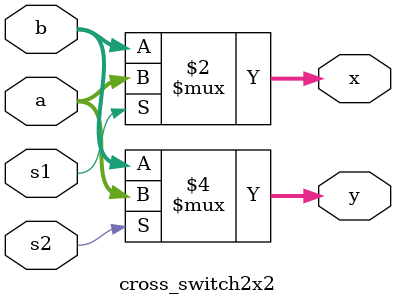
<source format=v>
`timescale 1ns / 1ps


module cross_switch2x2
#(parameter WIDTH = 8)
(
input [WIDTH-1:0] a,b,
input s1,s2,
output [WIDTH-1:0] x,y
    );

	assign x = (s1==0)? b:a;
	assign y = (s2==0)? b:a;

endmodule

</source>
